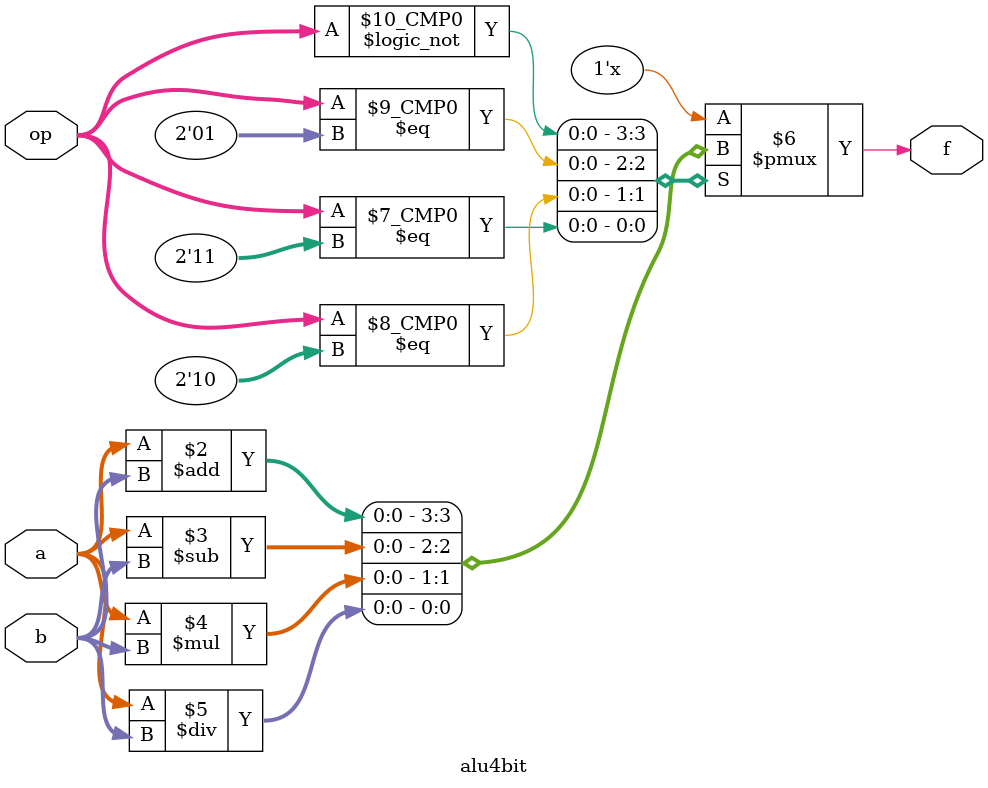
<source format=v>
module alu4bit(input [7:0] a, b, input [1:0] op, output reg f);
    
    parameter ADD = 2'b00, SUB=2'b01, MUL=2'b10, DIV = 2'b11;

    always @(*)
        case (op)
            ADD :   f = a + b;
            SUB :   f = a - b;
            MUL :   f = a * b;
            DIV :   f = a / b;
        endcase
endmodule

</source>
